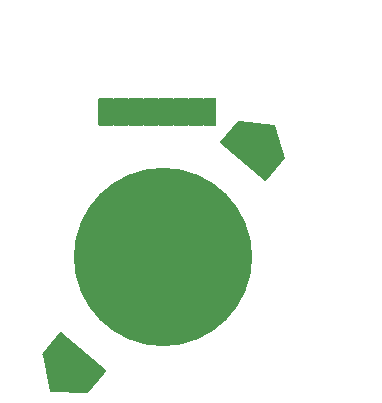
<source format=gbr>
G04 #@! TF.GenerationSoftware,KiCad,Pcbnew,5.1.7*
G04 #@! TF.CreationDate,2020-10-17T14:52:52-07:00*
G04 #@! TF.ProjectId,lofi,6c6f6669-2e6b-4696-9361-645f70636258,rev?*
G04 #@! TF.SameCoordinates,Original*
G04 #@! TF.FileFunction,Soldermask,Bot*
G04 #@! TF.FilePolarity,Negative*
%FSLAX46Y46*%
G04 Gerber Fmt 4.6, Leading zero omitted, Abs format (unit mm)*
G04 Created by KiCad (PCBNEW 5.1.7) date 2020-10-17 14:52:52*
%MOMM*%
%LPD*%
G01*
G04 APERTURE LIST*
%ADD10C,0.100000*%
%ADD11C,15.102000*%
G04 APERTURE END LIST*
D10*
G36*
X130593175Y-71431333D02*
G01*
X127687906Y-71082175D01*
X131441523Y-74231834D01*
X130593175Y-71431333D01*
G37*
X130593175Y-71431333D02*
X127687906Y-71082175D01*
X131441523Y-74231834D01*
X130593175Y-71431333D01*
G36*
X111071846Y-90884424D02*
G01*
X111695219Y-93953040D01*
X114825464Y-94034083D01*
X111071846Y-90884424D01*
G37*
X111071846Y-90884424D02*
X111695219Y-93953040D01*
X114825464Y-94034083D01*
X111071846Y-90884424D01*
G36*
X130593175Y-71431333D02*
G01*
X127687906Y-71082175D01*
X131441523Y-74231834D01*
X130593175Y-71431333D01*
G37*
X130593175Y-71431333D02*
X127687906Y-71082175D01*
X131441523Y-74231834D01*
X130593175Y-71431333D01*
G36*
X111071846Y-90884424D02*
G01*
X111695219Y-93953040D01*
X114825464Y-94034083D01*
X111071846Y-90884424D01*
G37*
X111071846Y-90884424D02*
X111695219Y-93953040D01*
X114825464Y-94034083D01*
X111071846Y-90884424D01*
G36*
G01*
X114830984Y-94105290D02*
X111000762Y-90891352D01*
G75*
G02*
X110994476Y-90819502I32782J39068D01*
G01*
X112537166Y-88980996D01*
G75*
G02*
X112609016Y-88974710I39068J-32782D01*
G01*
X116439238Y-92188648D01*
G75*
G02*
X116445524Y-92260498I-32782J-39068D01*
G01*
X114902834Y-94099004D01*
G75*
G02*
X114830984Y-94105290I-39068J32782D01*
G01*
G37*
D11*
X121240615Y-82577280D03*
G36*
G01*
X129872214Y-76179850D02*
X126041992Y-72965912D01*
G75*
G02*
X126035706Y-72894062I32782J39068D01*
G01*
X127578396Y-71055556D01*
G75*
G02*
X127650246Y-71049270I39068J-32782D01*
G01*
X131480468Y-74263208D01*
G75*
G02*
X131486754Y-74335058I-32782J-39068D01*
G01*
X129944064Y-76173564D01*
G75*
G02*
X129872214Y-76179850I-39068J32782D01*
G01*
G37*
G36*
G01*
X124639000Y-71435000D02*
X124639000Y-69785000D01*
G75*
G02*
X124690000Y-69734000I51000J0D01*
G01*
X125690000Y-69734000D01*
G75*
G02*
X125741000Y-69785000I0J-51000D01*
G01*
X125741000Y-71435000D01*
G75*
G02*
X125690000Y-71486000I-51000J0D01*
G01*
X124690000Y-71486000D01*
G75*
G02*
X124639000Y-71435000I0J51000D01*
G01*
G37*
G36*
G01*
X123369000Y-71435000D02*
X123369000Y-69785000D01*
G75*
G02*
X123420000Y-69734000I51000J0D01*
G01*
X124420000Y-69734000D01*
G75*
G02*
X124471000Y-69785000I0J-51000D01*
G01*
X124471000Y-71435000D01*
G75*
G02*
X124420000Y-71486000I-51000J0D01*
G01*
X123420000Y-71486000D01*
G75*
G02*
X123369000Y-71435000I0J51000D01*
G01*
G37*
G36*
G01*
X122099000Y-71435000D02*
X122099000Y-69785000D01*
G75*
G02*
X122150000Y-69734000I51000J0D01*
G01*
X123150000Y-69734000D01*
G75*
G02*
X123201000Y-69785000I0J-51000D01*
G01*
X123201000Y-71435000D01*
G75*
G02*
X123150000Y-71486000I-51000J0D01*
G01*
X122150000Y-71486000D01*
G75*
G02*
X122099000Y-71435000I0J51000D01*
G01*
G37*
G36*
G01*
X120829000Y-71435000D02*
X120829000Y-69785000D01*
G75*
G02*
X120880000Y-69734000I51000J0D01*
G01*
X121880000Y-69734000D01*
G75*
G02*
X121931000Y-69785000I0J-51000D01*
G01*
X121931000Y-71435000D01*
G75*
G02*
X121880000Y-71486000I-51000J0D01*
G01*
X120880000Y-71486000D01*
G75*
G02*
X120829000Y-71435000I0J51000D01*
G01*
G37*
G36*
G01*
X119559000Y-71435000D02*
X119559000Y-69785000D01*
G75*
G02*
X119610000Y-69734000I51000J0D01*
G01*
X120610000Y-69734000D01*
G75*
G02*
X120661000Y-69785000I0J-51000D01*
G01*
X120661000Y-71435000D01*
G75*
G02*
X120610000Y-71486000I-51000J0D01*
G01*
X119610000Y-71486000D01*
G75*
G02*
X119559000Y-71435000I0J51000D01*
G01*
G37*
G36*
G01*
X118289000Y-71435000D02*
X118289000Y-69785000D01*
G75*
G02*
X118340000Y-69734000I51000J0D01*
G01*
X119340000Y-69734000D01*
G75*
G02*
X119391000Y-69785000I0J-51000D01*
G01*
X119391000Y-71435000D01*
G75*
G02*
X119340000Y-71486000I-51000J0D01*
G01*
X118340000Y-71486000D01*
G75*
G02*
X118289000Y-71435000I0J51000D01*
G01*
G37*
G36*
G01*
X117019000Y-71435000D02*
X117019000Y-69785000D01*
G75*
G02*
X117070000Y-69734000I51000J0D01*
G01*
X118070000Y-69734000D01*
G75*
G02*
X118121000Y-69785000I0J-51000D01*
G01*
X118121000Y-71435000D01*
G75*
G02*
X118070000Y-71486000I-51000J0D01*
G01*
X117070000Y-71486000D01*
G75*
G02*
X117019000Y-71435000I0J51000D01*
G01*
G37*
G36*
G01*
X115749000Y-71435000D02*
X115749000Y-69785000D01*
G75*
G02*
X115800000Y-69734000I51000J0D01*
G01*
X116800000Y-69734000D01*
G75*
G02*
X116851000Y-69785000I0J-51000D01*
G01*
X116851000Y-71435000D01*
G75*
G02*
X116800000Y-71486000I-51000J0D01*
G01*
X115800000Y-71486000D01*
G75*
G02*
X115749000Y-71435000I0J51000D01*
G01*
G37*
G36*
G01*
X124639000Y-70210000D02*
X124639000Y-69210000D01*
G75*
G02*
X124690000Y-69159000I51000J0D01*
G01*
X125690000Y-69159000D01*
G75*
G02*
X125741000Y-69210000I0J-51000D01*
G01*
X125741000Y-70210000D01*
G75*
G02*
X125690000Y-70261000I-51000J0D01*
G01*
X124690000Y-70261000D01*
G75*
G02*
X124639000Y-70210000I0J51000D01*
G01*
G37*
G36*
G01*
X123369000Y-70210000D02*
X123369000Y-69210000D01*
G75*
G02*
X123420000Y-69159000I51000J0D01*
G01*
X124420000Y-69159000D01*
G75*
G02*
X124471000Y-69210000I0J-51000D01*
G01*
X124471000Y-70210000D01*
G75*
G02*
X124420000Y-70261000I-51000J0D01*
G01*
X123420000Y-70261000D01*
G75*
G02*
X123369000Y-70210000I0J51000D01*
G01*
G37*
G36*
G01*
X122099000Y-70210000D02*
X122099000Y-69210000D01*
G75*
G02*
X122150000Y-69159000I51000J0D01*
G01*
X123150000Y-69159000D01*
G75*
G02*
X123201000Y-69210000I0J-51000D01*
G01*
X123201000Y-70210000D01*
G75*
G02*
X123150000Y-70261000I-51000J0D01*
G01*
X122150000Y-70261000D01*
G75*
G02*
X122099000Y-70210000I0J51000D01*
G01*
G37*
G36*
G01*
X120829000Y-70210000D02*
X120829000Y-69210000D01*
G75*
G02*
X120880000Y-69159000I51000J0D01*
G01*
X121880000Y-69159000D01*
G75*
G02*
X121931000Y-69210000I0J-51000D01*
G01*
X121931000Y-70210000D01*
G75*
G02*
X121880000Y-70261000I-51000J0D01*
G01*
X120880000Y-70261000D01*
G75*
G02*
X120829000Y-70210000I0J51000D01*
G01*
G37*
G36*
G01*
X119559000Y-70210000D02*
X119559000Y-69210000D01*
G75*
G02*
X119610000Y-69159000I51000J0D01*
G01*
X120610000Y-69159000D01*
G75*
G02*
X120661000Y-69210000I0J-51000D01*
G01*
X120661000Y-70210000D01*
G75*
G02*
X120610000Y-70261000I-51000J0D01*
G01*
X119610000Y-70261000D01*
G75*
G02*
X119559000Y-70210000I0J51000D01*
G01*
G37*
G36*
G01*
X118289000Y-70210000D02*
X118289000Y-69210000D01*
G75*
G02*
X118340000Y-69159000I51000J0D01*
G01*
X119340000Y-69159000D01*
G75*
G02*
X119391000Y-69210000I0J-51000D01*
G01*
X119391000Y-70210000D01*
G75*
G02*
X119340000Y-70261000I-51000J0D01*
G01*
X118340000Y-70261000D01*
G75*
G02*
X118289000Y-70210000I0J51000D01*
G01*
G37*
G36*
G01*
X117019000Y-70210000D02*
X117019000Y-69210000D01*
G75*
G02*
X117070000Y-69159000I51000J0D01*
G01*
X118070000Y-69159000D01*
G75*
G02*
X118121000Y-69210000I0J-51000D01*
G01*
X118121000Y-70210000D01*
G75*
G02*
X118070000Y-70261000I-51000J0D01*
G01*
X117070000Y-70261000D01*
G75*
G02*
X117019000Y-70210000I0J51000D01*
G01*
G37*
G36*
G01*
X115749000Y-70210000D02*
X115749000Y-69210000D01*
G75*
G02*
X115800000Y-69159000I51000J0D01*
G01*
X116800000Y-69159000D01*
G75*
G02*
X116851000Y-69210000I0J-51000D01*
G01*
X116851000Y-70210000D01*
G75*
G02*
X116800000Y-70261000I-51000J0D01*
G01*
X115800000Y-70261000D01*
G75*
G02*
X115749000Y-70210000I0J51000D01*
G01*
G37*
D10*
G36*
X124640732Y-69158000D02*
G01*
X124641000Y-69159000D01*
X124641000Y-71486000D01*
X124640000Y-71487732D01*
X124639000Y-71488000D01*
X124471000Y-71488000D01*
X124469268Y-71487000D01*
X124469000Y-71486000D01*
X124469000Y-69161000D01*
X123371000Y-69161000D01*
X123371000Y-71486000D01*
X123370000Y-71487732D01*
X123369000Y-71488000D01*
X123201000Y-71488000D01*
X123199268Y-71487000D01*
X123199000Y-71486000D01*
X123199000Y-69161000D01*
X122101000Y-69161000D01*
X122101000Y-71486000D01*
X122100000Y-71487732D01*
X122099000Y-71488000D01*
X121931000Y-71488000D01*
X121929268Y-71487000D01*
X121929000Y-71486000D01*
X121929000Y-69161000D01*
X120831000Y-69161000D01*
X120831000Y-71486000D01*
X120830000Y-71487732D01*
X120829000Y-71488000D01*
X120661000Y-71488000D01*
X120659268Y-71487000D01*
X120659000Y-71486000D01*
X120659000Y-69161000D01*
X119561000Y-69161000D01*
X119561000Y-71486000D01*
X119560000Y-71487732D01*
X119559000Y-71488000D01*
X119391000Y-71488000D01*
X119389268Y-71487000D01*
X119389000Y-71486000D01*
X119389000Y-69161000D01*
X118291000Y-69161000D01*
X118291000Y-71486000D01*
X118290000Y-71487732D01*
X118289000Y-71488000D01*
X118121000Y-71488000D01*
X118119268Y-71487000D01*
X118119000Y-71486000D01*
X118119000Y-69161000D01*
X117021000Y-69161000D01*
X117021000Y-71486000D01*
X117020000Y-71487732D01*
X117019000Y-71488000D01*
X116851000Y-71488000D01*
X116849268Y-71487000D01*
X116849000Y-71486000D01*
X116849000Y-69159000D01*
X116850000Y-69157268D01*
X116851000Y-69157000D01*
X124639000Y-69157000D01*
X124640732Y-69158000D01*
G37*
M02*

</source>
